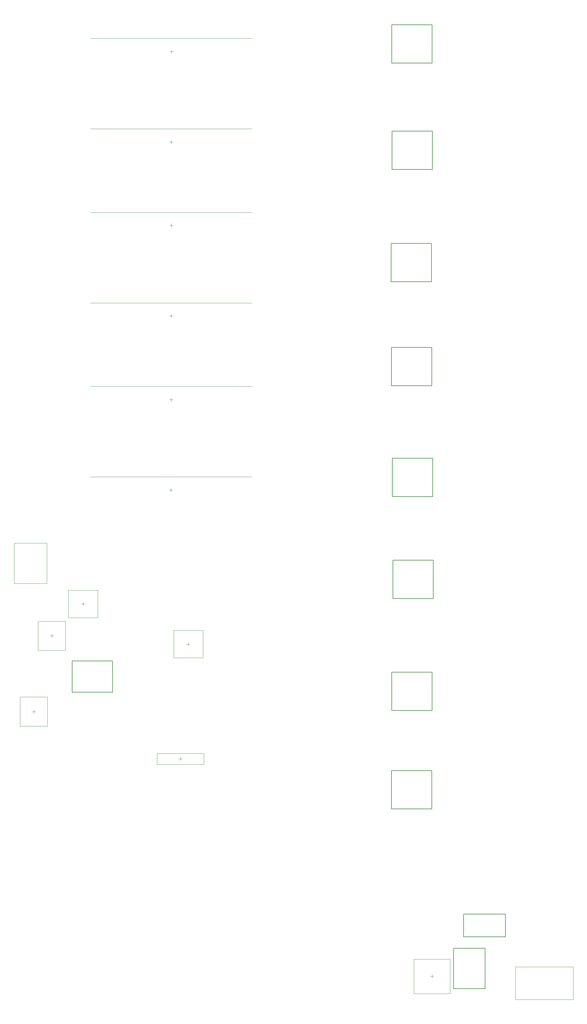
<source format=gbr>
%TF.GenerationSoftware,Altium Limited,Altium Designer,24.10.1 (45)*%
G04 Layer_Color=16711935*
%FSLAX43Y43*%
%MOMM*%
%TF.SameCoordinates,766D9AF5-BA92-4156-BEB6-FD46E2A8267A*%
%TF.FilePolarity,Positive*%
%TF.FileFunction,Other,Top_Courtyard*%
%TF.Part,Single*%
G01*
G75*
%TA.AperFunction,NonConductor*%
%ADD81C,0.200*%
%ADD103C,0.050*%
D81*
X134508Y24172D02*
X146558D01*
Y17722D02*
Y24172D01*
X134508Y17722D02*
X146558D01*
X134508D02*
Y24172D01*
X113753Y187014D02*
X125353D01*
Y176014D02*
Y187014D01*
X113753Y176014D02*
X125353D01*
X113753D02*
Y187014D01*
X113700Y216894D02*
X125300D01*
Y205894D02*
Y216894D01*
X113700Y205894D02*
X125300D01*
X113700D02*
Y216894D01*
X113890Y279733D02*
X125490D01*
Y268733D02*
Y279733D01*
X113890Y268733D02*
X125490D01*
X113890D02*
Y279733D01*
X113962Y249168D02*
X125562D01*
Y238168D02*
Y249168D01*
X113962Y238168D02*
X125562D01*
X113962D02*
Y249168D01*
X113774Y54445D02*
Y65445D01*
Y54445D02*
X125374D01*
Y65445D01*
X113774D02*
X125374D01*
X113844Y93715D02*
X125444D01*
Y82715D02*
Y93715D01*
X113844Y82715D02*
X125444D01*
X113844D02*
Y93715D01*
X114014Y155209D02*
X125614D01*
Y144209D02*
Y155209D01*
X114014Y144209D02*
X125614D01*
X114014D02*
Y155209D01*
X114216Y125904D02*
X125816D01*
Y114904D02*
Y125904D01*
X114216Y114904D02*
X125816D01*
X114216D02*
Y125904D01*
X140675Y2775D02*
Y14375D01*
X131675Y2775D02*
X140675D01*
X131675D02*
Y14375D01*
X140675D01*
X22010Y96959D02*
X33610D01*
Y87959D02*
Y96959D01*
X22010Y87959D02*
X33610D01*
X22010D02*
Y96959D01*
D103*
X24625Y113350D02*
X25625D01*
X25125Y112850D02*
Y113850D01*
X20925Y109400D02*
Y117300D01*
Y109400D02*
X29325D01*
Y117300D01*
X20925D02*
X29325D01*
X12170Y100009D02*
Y108409D01*
X20070D01*
Y100009D02*
Y108409D01*
X12170Y100009D02*
X20070D01*
X15620Y104209D02*
X16620D01*
X16120Y103709D02*
Y104709D01*
X125425Y5825D02*
Y6825D01*
X124925Y6325D02*
X125925D01*
X120225Y11275D02*
X130625D01*
Y1375D02*
Y11275D01*
X120225Y1375D02*
X130625D01*
X120225D02*
Y11275D01*
X52622Y68807D02*
X53622D01*
X53122Y68307D02*
Y69307D01*
X46422Y67262D02*
X59822D01*
X46422D02*
Y70352D01*
X59822D01*
Y67262D02*
Y70352D01*
X149402Y9062D02*
X166002D01*
Y-338D02*
Y9062D01*
X149402Y-338D02*
X166002D01*
X149402D02*
Y9062D01*
X27280Y225840D02*
X73700D01*
X50490Y221545D02*
Y222545D01*
X49990Y222045D02*
X50990D01*
X27240Y175840D02*
X73660D01*
X50450Y171545D02*
Y172545D01*
X49950Y172045D02*
X50950D01*
X27250Y199840D02*
X73670D01*
X50460Y195545D02*
Y196545D01*
X49960Y196045D02*
X50960D01*
X27190Y149840D02*
X73610D01*
X50400Y145545D02*
Y146545D01*
X49900Y146045D02*
X50900D01*
X51180Y105739D02*
X59580D01*
Y97839D02*
Y105739D01*
X51180Y97839D02*
X59580D01*
X51180D02*
Y105739D01*
X55380Y101289D02*
Y102289D01*
X54880Y101789D02*
X55880D01*
X7010Y78199D02*
Y86599D01*
X14910D01*
Y78199D02*
Y86599D01*
X7010Y78199D02*
X14910D01*
X10460Y82399D02*
X11460D01*
X10960Y81899D02*
Y82899D01*
X14700Y119200D02*
Y130800D01*
X5300Y119200D02*
X14700D01*
X5300D02*
Y130800D01*
X14700D01*
X49920Y246045D02*
X50920D01*
X50420Y245545D02*
Y246545D01*
X27210Y249840D02*
X73630D01*
X50010Y272045D02*
X51010D01*
X50510Y271545D02*
Y272545D01*
X27300Y275840D02*
X73720D01*
%TF.MD5,579aa3ed2c60084b821cf80c2d920af3*%
M02*

</source>
